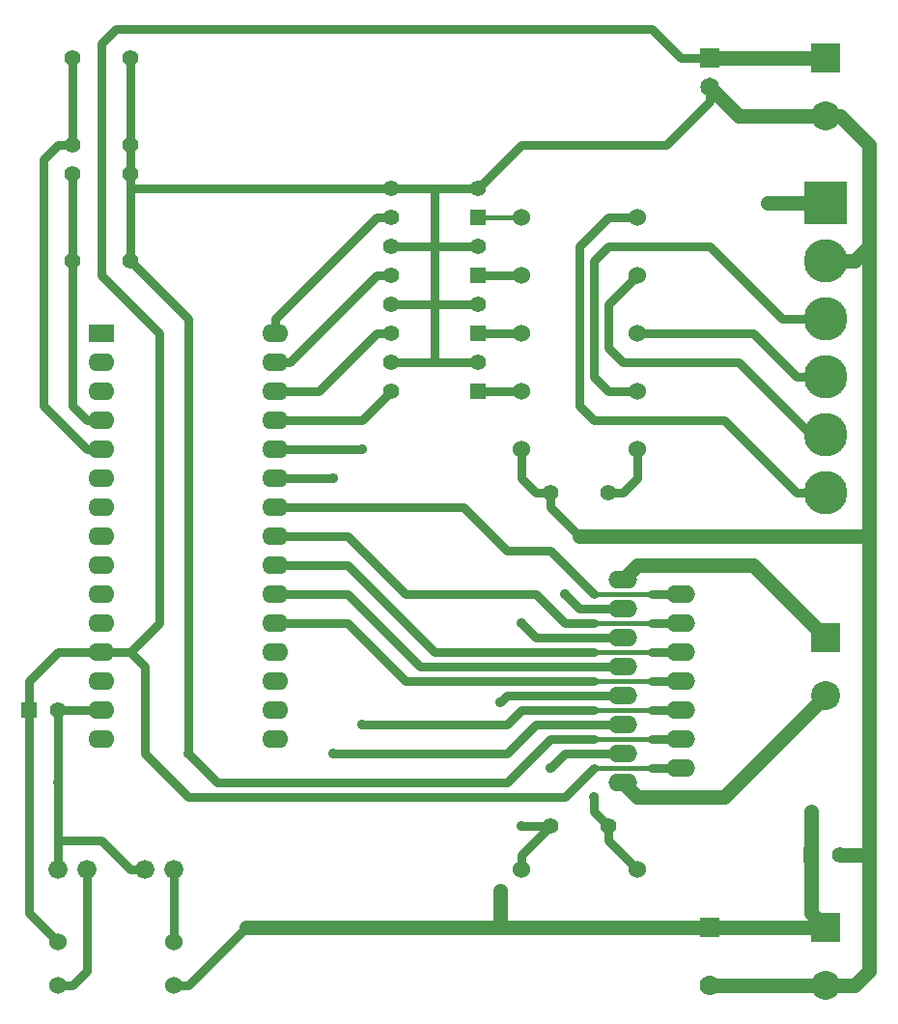
<source format=gbl>
%FSLAX34Y34*%
G04 Gerber Fmt 3.4, Leading zero omitted, Abs format*
G04 (created by PCBNEW (2014-02-26 BZR 4721)-product) date Saturday, May 16, 2015 'AMt' 10:53:37 AM*
%MOIN*%
G01*
G70*
G90*
G04 APERTURE LIST*
%ADD10C,0.005906*%
%ADD11R,0.055000X0.055000*%
%ADD12C,0.055000*%
%ADD13R,0.065000X0.065000*%
%ADD14C,0.065000*%
%ADD15R,0.070000X0.070000*%
%ADD16C,0.070000*%
%ADD17C,0.066000*%
%ADD18R,0.100000X0.100000*%
%ADD19C,0.100000*%
%ADD20C,0.060000*%
%ADD21R,0.090000X0.062000*%
%ADD22O,0.090000X0.062000*%
%ADD23O,0.100000X0.060000*%
%ADD24C,0.150000*%
%ADD25R,0.150000X0.150000*%
%ADD26C,0.035000*%
%ADD27C,0.030000*%
%ADD28C,0.050000*%
%ADD29C,0.015000*%
G04 APERTURE END LIST*
G54D10*
G54D11*
X500Y11000D03*
G54D12*
X1500Y11000D03*
G54D13*
X24000Y33500D03*
G54D14*
X24000Y32500D03*
G54D15*
X24000Y3500D03*
G54D16*
X24000Y1500D03*
G54D11*
X27500Y6000D03*
G54D12*
X28500Y6000D03*
X18500Y7000D03*
X20500Y7000D03*
X20500Y18500D03*
X18500Y18500D03*
G54D17*
X5500Y5500D03*
X4500Y5500D03*
X2500Y5500D03*
X1500Y5500D03*
G54D18*
X28000Y33500D03*
G54D19*
X28000Y31500D03*
G54D18*
X28000Y3500D03*
G54D19*
X28000Y1500D03*
G54D18*
X28000Y13500D03*
G54D19*
X28000Y11500D03*
G54D20*
X1500Y3000D03*
X5500Y3000D03*
X5500Y1500D03*
X1500Y1500D03*
X17500Y5500D03*
X21500Y5500D03*
X21500Y20000D03*
X17500Y20000D03*
G54D21*
X3000Y24000D03*
G54D22*
X3000Y23000D03*
X3000Y22000D03*
X3000Y21000D03*
X3000Y20000D03*
X3000Y19000D03*
X3000Y18000D03*
X3000Y17000D03*
X3000Y16000D03*
X3000Y15000D03*
X3000Y14000D03*
X3000Y13000D03*
X3000Y12000D03*
X3000Y11000D03*
X3000Y10000D03*
X9000Y10000D03*
X9000Y11000D03*
X9000Y12000D03*
X9000Y13000D03*
X9000Y14000D03*
X9000Y15000D03*
X9000Y16000D03*
X9000Y17000D03*
X9000Y18000D03*
X9000Y19000D03*
X9000Y20000D03*
X9000Y21000D03*
X9000Y22000D03*
X9000Y23000D03*
X9000Y24000D03*
G54D23*
X21000Y15500D03*
X23000Y15000D03*
X21000Y14500D03*
X23000Y14000D03*
X21000Y13500D03*
X23000Y13000D03*
X21000Y12500D03*
X23000Y12000D03*
X21000Y11500D03*
X23000Y11000D03*
X21000Y10500D03*
X23000Y10000D03*
X21000Y9500D03*
X23000Y9000D03*
X21000Y8500D03*
G54D12*
X4000Y30500D03*
X2000Y30500D03*
X4000Y33500D03*
X2000Y33500D03*
X4000Y26500D03*
X2000Y26500D03*
X4000Y29500D03*
X2000Y29500D03*
G54D24*
X28000Y26500D03*
X28000Y24500D03*
G54D25*
X28000Y28500D03*
G54D24*
X28000Y22500D03*
X28000Y20500D03*
X28000Y18500D03*
G54D20*
X17500Y22000D03*
X21500Y22000D03*
X17500Y24000D03*
X21500Y24000D03*
X17500Y26000D03*
X21500Y26000D03*
X17500Y28000D03*
X21500Y28000D03*
G54D11*
X16000Y22000D03*
G54D12*
X16000Y23000D03*
X13000Y23000D03*
X13000Y22000D03*
G54D11*
X16000Y24000D03*
G54D12*
X16000Y25000D03*
X13000Y25000D03*
X13000Y24000D03*
G54D11*
X16000Y26000D03*
G54D12*
X16000Y27000D03*
X13000Y27000D03*
X13000Y26000D03*
G54D11*
X16000Y28000D03*
G54D12*
X16000Y29000D03*
X13000Y29000D03*
X13000Y28000D03*
G54D26*
X16750Y4750D03*
X16750Y11250D03*
X26000Y28500D03*
X27500Y7500D03*
X20000Y8000D03*
X6000Y9500D03*
X1500Y8500D03*
X19500Y17000D03*
X17500Y14000D03*
X17500Y7000D03*
X18500Y9000D03*
X19000Y15000D03*
X11000Y9500D03*
X11000Y19000D03*
X12000Y10500D03*
X12000Y20000D03*
G54D27*
X19000Y11500D02*
X17000Y11500D01*
X21000Y11500D02*
X19000Y11500D01*
G54D28*
X16750Y4750D02*
X16750Y3500D01*
G54D27*
X17000Y11500D02*
X16750Y11250D01*
X5500Y1500D02*
X6000Y1500D01*
G54D28*
X8000Y3500D02*
X16750Y3500D01*
X16750Y3500D02*
X24000Y3500D01*
G54D27*
X6000Y1500D02*
X8000Y3500D01*
G54D28*
X27500Y6000D02*
X27500Y7500D01*
X26000Y28500D02*
X28000Y28500D01*
X27500Y6000D02*
X27500Y4000D01*
X27500Y4000D02*
X28000Y3500D01*
X24000Y3500D02*
X28000Y3500D01*
G54D27*
X24000Y33500D02*
X23000Y33500D01*
X5000Y14000D02*
X4000Y13000D01*
X5000Y24000D02*
X5000Y14000D01*
X3000Y26000D02*
X5000Y24000D01*
X3000Y34000D02*
X3000Y26000D01*
X3500Y34500D02*
X3000Y34000D01*
X22000Y34500D02*
X3500Y34500D01*
X23000Y33500D02*
X22000Y34500D01*
X20000Y9000D02*
X19000Y8000D01*
X4500Y12500D02*
X4000Y13000D01*
G54D29*
X20000Y9000D02*
X22000Y9000D01*
G54D27*
X23000Y9000D02*
X22000Y9000D01*
X19000Y8000D02*
X6000Y8000D01*
X6000Y8000D02*
X4500Y9500D01*
X4500Y9500D02*
X4500Y12500D01*
X500Y11000D02*
X500Y4000D01*
X500Y4000D02*
X1500Y3000D01*
X2000Y13000D02*
X1500Y13000D01*
X3000Y13000D02*
X2000Y13000D01*
X500Y12000D02*
X500Y11000D01*
X1500Y13000D02*
X500Y12000D01*
X4000Y13000D02*
X3000Y13000D01*
G54D28*
X28000Y33500D02*
X24000Y33500D01*
G54D27*
X20000Y7500D02*
X20500Y7000D01*
X20000Y8000D02*
X20000Y7500D01*
X18500Y18500D02*
X18500Y18000D01*
X18500Y18000D02*
X19500Y17000D01*
X4000Y26500D02*
X6000Y24500D01*
X6000Y24500D02*
X6000Y9500D01*
X14000Y8500D02*
X17000Y8500D01*
X7000Y8500D02*
X6000Y9500D01*
X14000Y8500D02*
X7000Y8500D01*
G54D29*
X20000Y10000D02*
X22000Y10000D01*
G54D27*
X23000Y10000D02*
X22000Y10000D01*
X20000Y10000D02*
X19500Y10000D01*
X19500Y10000D02*
X18500Y10000D01*
X17000Y8500D02*
X18500Y10000D01*
X20500Y7000D02*
X20500Y6500D01*
X20500Y6500D02*
X21500Y5500D01*
G54D28*
X28500Y6000D02*
X29500Y6000D01*
X24000Y1500D02*
X28000Y1500D01*
X29500Y17000D02*
X29500Y6000D01*
X29500Y6000D02*
X29500Y2000D01*
X29000Y1500D02*
X28000Y1500D01*
X29500Y2000D02*
X29000Y1500D01*
G54D27*
X21000Y13500D02*
X18000Y13500D01*
X18000Y13500D02*
X17500Y14000D01*
G54D28*
X29500Y17000D02*
X29000Y17000D01*
X29000Y17000D02*
X19500Y17000D01*
X29500Y17000D02*
X29500Y27000D01*
X28000Y26500D02*
X29000Y26500D01*
G54D27*
X28500Y31500D02*
X28000Y31500D01*
G54D28*
X29500Y30500D02*
X28500Y31500D01*
X29500Y27000D02*
X29500Y30500D01*
X29000Y26500D02*
X29500Y27000D01*
G54D27*
X24000Y32500D02*
X24000Y32000D01*
X17500Y30500D02*
X16000Y29000D01*
X22500Y30500D02*
X17500Y30500D01*
X24000Y32000D02*
X22500Y30500D01*
X13000Y29000D02*
X4000Y29000D01*
X4000Y29500D02*
X4000Y29000D01*
X4000Y29000D02*
X4000Y26500D01*
X4000Y30500D02*
X4000Y29500D01*
X4000Y33500D02*
X4000Y30500D01*
X4500Y5500D02*
X4000Y5500D01*
X3000Y6500D02*
X1500Y6500D01*
X4000Y5500D02*
X3000Y6500D01*
X1500Y11000D02*
X1500Y8500D01*
X1500Y8500D02*
X1500Y6500D01*
X1500Y6500D02*
X1500Y5500D01*
X1500Y11000D02*
X3000Y11000D01*
X18500Y18500D02*
X18000Y18500D01*
X17500Y19000D02*
X17500Y20000D01*
X18000Y18500D02*
X17500Y19000D01*
X16000Y25000D02*
X14500Y25000D01*
X13000Y25000D02*
X14500Y25000D01*
X16000Y27000D02*
X14500Y27000D01*
X13000Y27000D02*
X14500Y27000D01*
X14500Y23000D02*
X14500Y25000D01*
X14500Y25000D02*
X14500Y27000D01*
X14500Y27000D02*
X14500Y29000D01*
X13000Y23000D02*
X14500Y23000D01*
X14500Y23000D02*
X16000Y23000D01*
X13000Y29000D02*
X14500Y29000D01*
X14500Y29000D02*
X16000Y29000D01*
G54D28*
X28000Y31500D02*
X25000Y31500D01*
X25000Y31500D02*
X24000Y32500D01*
G54D27*
X21000Y9500D02*
X19000Y9500D01*
X17500Y7000D02*
X18500Y7000D01*
X19000Y9500D02*
X18500Y9000D01*
X18500Y7000D02*
X17500Y6000D01*
X17500Y6000D02*
X17500Y5500D01*
X21000Y14500D02*
X19500Y14500D01*
X19500Y14500D02*
X19000Y15000D01*
X20500Y18500D02*
X21000Y18500D01*
X21500Y19000D02*
X21500Y20000D01*
X21000Y18500D02*
X21500Y19000D01*
X5500Y5500D02*
X5500Y3000D01*
X1500Y1500D02*
X2000Y1500D01*
X2500Y2000D02*
X2500Y5500D01*
X2000Y1500D02*
X2500Y2000D01*
X16000Y22000D02*
X17500Y22000D01*
X9000Y21000D02*
X10000Y21000D01*
X12000Y21000D02*
X13000Y22000D01*
X10000Y21000D02*
X12000Y21000D01*
X16000Y24000D02*
X17500Y24000D01*
X13000Y24000D02*
X12500Y24000D01*
X10500Y22000D02*
X9000Y22000D01*
X12500Y24000D02*
X10500Y22000D01*
X16000Y26000D02*
X17500Y26000D01*
X12000Y25500D02*
X9500Y23000D01*
X9000Y23000D02*
X9500Y23000D01*
X12500Y26000D02*
X13000Y26000D01*
X12000Y25500D02*
X12500Y26000D01*
G54D29*
X16000Y28000D02*
X17500Y28000D01*
G54D27*
X13000Y28000D02*
X12500Y28000D01*
X9000Y24500D02*
X9000Y24000D01*
X12500Y28000D02*
X9000Y24500D01*
G54D28*
X21000Y15500D02*
X21500Y16000D01*
X25500Y16000D02*
X28000Y13500D01*
X21500Y16000D02*
X25500Y16000D01*
X21000Y8500D02*
X21500Y8000D01*
X24500Y8000D02*
X28000Y11500D01*
X21500Y8000D02*
X24500Y8000D01*
G54D27*
X23000Y27000D02*
X24000Y27000D01*
X24000Y27000D02*
X26500Y24500D01*
X21500Y22000D02*
X20500Y22000D01*
X26500Y24500D02*
X28000Y24500D01*
X20500Y27000D02*
X23000Y27000D01*
X20000Y26500D02*
X20500Y27000D01*
X20000Y22500D02*
X20000Y26500D01*
X20500Y22000D02*
X20000Y22500D01*
X28000Y22500D02*
X27000Y22500D01*
X25500Y24000D02*
X21500Y24000D01*
X27000Y22500D02*
X25500Y24000D01*
X21500Y26000D02*
X21000Y25500D01*
X27500Y20500D02*
X28000Y20500D01*
X25000Y23000D02*
X27500Y20500D01*
X21000Y23000D02*
X25000Y23000D01*
X20500Y23500D02*
X21000Y23000D01*
X20500Y25000D02*
X20500Y23500D01*
X21000Y25500D02*
X20500Y25000D01*
X21500Y28000D02*
X20500Y28000D01*
X27000Y18500D02*
X28000Y18500D01*
X24500Y21000D02*
X27000Y18500D01*
X20000Y21000D02*
X24500Y21000D01*
X19500Y21500D02*
X20000Y21000D01*
X19500Y27000D02*
X19500Y21500D01*
X20500Y28000D02*
X19500Y27000D01*
X2000Y30500D02*
X1500Y30500D01*
X1500Y30500D02*
X1000Y30000D01*
X1000Y30000D02*
X1000Y21500D01*
X2000Y33500D02*
X2000Y30500D01*
X3000Y20000D02*
X2500Y20000D01*
X2500Y20000D02*
X1000Y21500D01*
X3000Y21000D02*
X2500Y21000D01*
X2000Y21500D02*
X2000Y26500D01*
X2500Y21000D02*
X2000Y21500D01*
X2000Y29500D02*
X2000Y26500D01*
X20000Y12000D02*
X13500Y12000D01*
X23000Y12000D02*
X22000Y12000D01*
G54D29*
X20000Y12000D02*
X22000Y12000D01*
G54D27*
X11500Y14000D02*
X9000Y14000D01*
X13500Y12000D02*
X11500Y14000D01*
X21000Y12500D02*
X14000Y12500D01*
X11500Y15000D02*
X9000Y15000D01*
X14000Y12500D02*
X11500Y15000D01*
X20000Y13000D02*
X14500Y13000D01*
X23000Y13000D02*
X22000Y13000D01*
G54D29*
X20000Y13000D02*
X22000Y13000D01*
G54D27*
X11500Y16000D02*
X9000Y16000D01*
X14500Y13000D02*
X11500Y16000D01*
X20000Y14000D02*
X19000Y14000D01*
X23000Y14000D02*
X22000Y14000D01*
G54D29*
X20000Y14000D02*
X22000Y14000D01*
G54D27*
X11500Y17000D02*
X9000Y17000D01*
X13500Y15000D02*
X11500Y17000D01*
X18000Y15000D02*
X13500Y15000D01*
X19000Y14000D02*
X18000Y15000D01*
X20000Y15000D02*
X18500Y16500D01*
X23000Y15000D02*
X22000Y15000D01*
G54D29*
X20000Y15000D02*
X22000Y15000D01*
G54D27*
X15500Y18000D02*
X9000Y18000D01*
X17000Y16500D02*
X15500Y18000D01*
X18500Y16500D02*
X17000Y16500D01*
X9000Y19000D02*
X11000Y19000D01*
X18000Y10500D02*
X17000Y9500D01*
X17000Y9500D02*
X11000Y9500D01*
X18000Y10500D02*
X21000Y10500D01*
X17500Y11000D02*
X17000Y10500D01*
X17000Y10500D02*
X12000Y10500D01*
G54D29*
X20000Y11000D02*
X22000Y11000D01*
G54D27*
X23000Y11000D02*
X22000Y11000D01*
X20000Y11000D02*
X17500Y11000D01*
X12000Y20000D02*
X9000Y20000D01*
M02*

</source>
